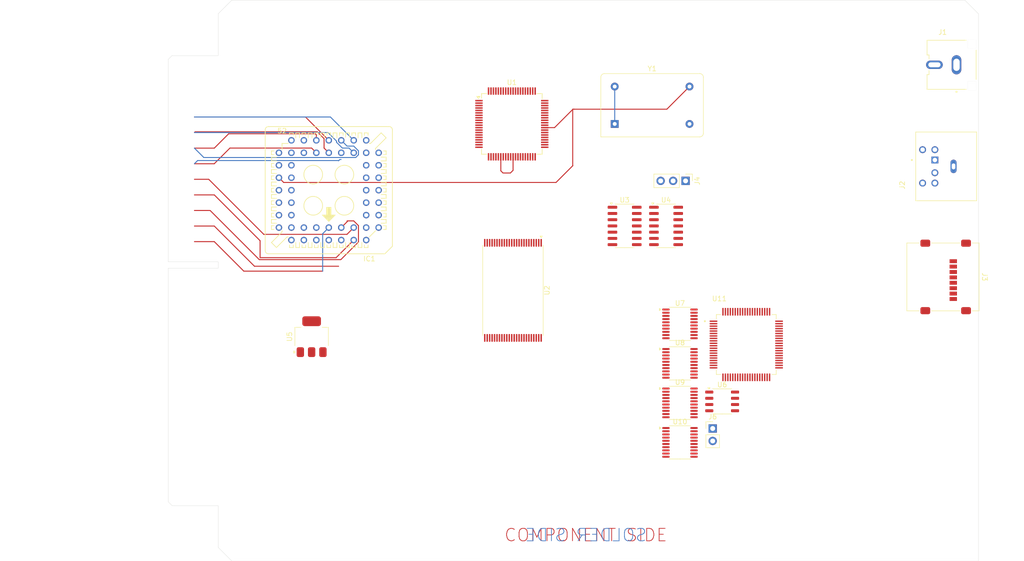
<source format=kicad_pcb>
(kicad_pcb (version 20241229) (generator "pcbnew") (generator_version "9.0")
  (layers (0 "F.Cu" signal) (4 "In1.Cu" signal) (6 "In2.Cu" signal) (2 "B.Cu" signal) (13 "F.Paste" user) (15 "B.Paste" user) (5 "F.SilkS" user "F.Silkscreen") (7 "B.SilkS" user "B.Silkscreen") (1 "F.Mask" user) (3 "B.Mask" user) (25 "Edge.Cuts" user))
  (net 0 "")
  (net 1 "/IPL0")
  (net 2 "/~{BERR}")
  (net 3 "/A15")
  (net 4 "/A0")
  (net 5 "/A8")
  (net 6 "/D5")
  (net 7 "/D7")
  (net 8 "/~{CLOCK7}")
  (net 9 "/FC1")
  (net 10 "/FC2")
  (net 11 "/A1")
  (net 12 "/~{HALT}")
  (net 13 "/A7")
  (net 14 "/D6")
  (net 15 "/IPL1")
  (net 16 "/D0")
  (net 17 "/A13")
  (net 18 "/IPL2")
  (net 19 "/FC0")
  (net 20 "/~{IPL0}")
  (net 21 "/A11")
  (net 22 "/~{IPL2}")
  (net 23 "/~{IPL1}")
  (net 24 "/~{CLOCK}")
  (net 25 "/~{UB}")
  (net 26 "/D4")
  (net 28 "/D1")
  (net 29 "+3.3V")
  (net 31 "/D2")
  (net 32 "/~{LB}")
  (net 33 "/A5")
  (net 34 "/D3")
  (net 35 "/A12")
  (net 36 "/A2")
  (net 38 "/A9")
  (net 39 "/~{WE}")
  (net 42 "/A6")
  (net 43 "/A3")
  (net 44 "/~{OE}")
  (net 45 "/A4")
  (net 46 "/A10")
  (net 47 "/A14")
  (net 50 "/R~{W}")
  (net 51 "Net-(U3-Pad10)")
  (net 52 "Net-(U3-Pad3)")
  (net 55 "Net-(U4A-D)")
  (net 66 "/A21")
  (net 67 "/A18")
  (net 68 "/~{RESET}")
  (net 69 "/A17")
  (net 70 "/~{AS}")
  (net 71 "/A20")
  (net 72 "/~{BGACK}")
  (net 73 "/~{BG}")
  (net 74 "GND")
  (net 75 "/~{BR}")
  (net 76 "/A16")
  (net 77 "/A19")
  (net 78 "VCC")
  (net 79 "/~{DTACK}")
  (net 80 "/R{slash}~{W}")
  (net 81 "/~{DS}")
  (net 82 "/~{MCLR}")
  (net 83 "/PS{slash}2DATA")
  (net 84 "/RX")
  (net 85 "/TX")
  (net 86 "/PGD")
  (net 87 "/LED")
  (net 88 "/VIDPIXEL")
  (net 89 "/PS{slash}2CLK")
  (net 90 "/PGC")
  (net 91 "/VIDSYNC")
  (net 98 "Net-(J1-Pad2)")
  (net 99 "/PS2_CLK")
  (net 100 "/PS2_DATA")
  (net 101 "/SD_IN")
  (net 102 "/SD_OUT")
  (net 103 "/SD_CLK")
  (net 104 "/SD_CS")
  (net 105 "/~{CLOCK14}")
  (net 106 "/AGPIO1")
  (net 107 "/AGPIO0")
  (net 108 "Net-(U1-VDDCORE{slash}VCAP)")
  (net 109 "/AUX_CS")
  (net 110 "/AGPIO3")
  (net 111 "/GPIO0")
  (net 112 "/GPIO1")
  (net 113 "/AGPIO2")
  (net 114 "/GPIO2{slash}IRQ")
  (net 115 "/AUDIO_OUT")
  (net 116 "/DD4")
  (net 117 "/AA0")
  (net 118 "/AA9")
  (net 119 "/AA10")
  (net 120 "/AA13")
  (net 121 "/AA15")
  (net 122 "/DD2")
  (net 123 "/DD5")
  (net 124 "/DD0")
  (net 125 "/AA19")
  (net 126 "/AA8")
  (net 127 "/DD6")
  (net 128 "/AA12")
  (net 129 "/DD1")
  (net 130 "/AA11")
  (net 131 "/AA20")
  (net 132 "/DD3")
  (net 133 "/~{WWE}")
  (net 134 "/AA16")
  (net 135 "/AA21")
  (net 136 "/DD7")
  (net 137 "/AA14")
  (net 138 "/~{OOE}")
  (net 139 "/TXD")
  (net 140 "Net-(U6-UD+)")
  (net 141 "Net-(U6-UD-)")
  (net 142 "/RXD")
  (net 143 "Net-(J8-Pin_5)")
  (net 144 "/AA7")
  (net 145 "/AA3")
  (net 146 "/AA2")
  (net 147 "/AA4")
  (net 148 "/AA1")
  (net 149 "/OE")
  (net 150 "/AA5")
  (net 151 "/AA6")
  (net 152 "/AA17")
  (net 153 "/AA18")
  (net 156 "Net-(U11-VDD-Pad32)")
  (net 175 "Net-(U11-VSS-Pad11)")
  (footprint "Package_SO:SOIC-14_3.9x8.7mm_P1.27mm" (layer "F.Cu") (at 159.025 79.035)
    (property "Reference" "U3")
    (property "Value" "74LS00")
  )
  (footprint "Package_TO_SOT_SMD:SOT-223-3_TabPin2" (layer "F.Cu") (at 95.25 101.6 90)
    (property "Reference" "U5")
    (property "Value" "AMS1117-3.3")
  )
  (footprint "MD-60S:CUI_MD-60S" (layer "F.Cu") (at 226.05 66.9 90)
    (property "Reference" "J2")
    (property "Value" "MD-60S")
    (fp_line (start 1.1 -0.35) (end 1.1 0.35) (stroke (width 0.01)) (layer "Edge.Cuts"))
    (fp_line (start -1.1 -0.35) (end 1.1 -0.35) (stroke (width 0.01)) (layer "Edge.Cuts"))
    (fp_line (start 1.1 0.35) (end -1.1 0.35) (stroke (width 0.01)) (layer "Edge.Cuts"))
    (fp_line (start -1.1 0.35) (end -1.1 -0.35) (stroke (width 0.01)) (layer "Edge.Cuts"))
  )
  (footprint "RCJ-044:CUI_RCJ-044" (layer "F.Cu") (at 226.658034 46.196027)
    (property "Reference" "J1")
    (property "Value" "RCJ-044")
    (fp_line (start 2.3 -5.15) (end 2.3 -3.35) (stroke (width 0.01)) (layer "Edge.Cuts"))
    (fp_line (start 2.3 -3.35) (end 4 -3.35) (stroke (width 0.01)) (layer "Edge.Cuts"))
    (fp_line (start 2.3 3.35) (end 2.3 5.15) (stroke (width 0.01)) (layer "Edge.Cuts"))
    (fp_line (start 2.3 5.15) (end 4 5.15) (stroke (width 0.01)) (layer "Edge.Cuts"))
    (fp_line (start 4 -5.15) (end 2.3 -5.15) (stroke (width 0.01)) (layer "Edge.Cuts"))
    (fp_line (start 4 -3.35) (end 4 -5.15) (stroke (width 0.01)) (layer "Edge.Cuts"))
    (fp_line (start 4 3.35) (end 2.3 3.35) (stroke (width 0.01)) (layer "Edge.Cuts"))
    (fp_line (start 4 5.15) (end 4 3.35) (stroke (width 0.01)) (layer "Edge.Cuts"))
  )
  (footprint "Oscillator:Oscillator_DIP-14" (layer "F.Cu") (at 157.01 58.25)
    (property "Reference" "Y1")
    (property "Value" "OCXO-14")
  )
  (footprint "Connector_PinHeader_2.54mm:PinHeader_1x03_P2.54mm_Vertical" (layer "F.Cu") (at 171.45 69.85 -90)
    (property "Reference" "J4")
    (property "Value" "Overclock jumper")
  )
  (footprint "Package_SO:TSSOP-20_4.4x6.5mm_P0.65mm" (layer "F.Cu") (at 170.31 107.04)
    (property "Reference" "U8")
    (property "Value" "TXS0108EPW")
  )
  (footprint "Package_SO:TSOP-I-48_18.4x12mm_P0.5mm" (layer "F.Cu") (at 136.275 92.16 -90)
    (property "Reference" "U2")
    (property "Value" "~")
  )
  (footprint "Package_SO:TSSOP-20_4.4x6.5mm_P0.65mm" (layer "F.Cu") (at 170.31 98.99)
    (property "Reference" "U7")
    (property "Value" "TXS0108EPW")
  )
  (footprint "Connector_Card:microSD_HC_Molex_47219-2001" (layer "F.Cu") (at 223.9 89.425 -90)
    (property "Reference" "J3")
    (property "Value" "Micro_SD_Card")
  )
  (footprint "Package_SO:SOP-8_3.9x4.9mm_P1.27mm" (layer "F.Cu") (at 178.905 114.79)
    (property "Reference" "U6")
    (property "Value" "CH340N")
  )
  (footprint "Package_SO:TSSOP-20_4.4x6.5mm_P0.65mm" (layer "F.Cu") (at 170.31 123.14)
    (property "Reference" "U10")
    (property "Value" "TXS0108EPW")
  )
  (footprint "Package_SO:SOIC-14_3.9x8.7mm_P1.27mm" (layer "F.Cu") (at 167.475 79.035)
    (property "Reference" "U4")
    (property "Value" "74LS74")
  )
  (footprint "Package_SO:TSSOP-20_4.4x6.5mm_P0.65mm" (layer "F.Cu") (at 170.31 115.09)
    (property "Reference" "U9")
    (property "Value" "TXS0108EPW")
  )
  (footprint "PIC18F87J11T-I_PT:QFP50P1400X1400X120-80N" (layer "F.Cu") (at 183.82 103.2)
    (property "Reference" "U11")
    (property "Value" "PIC18F87J11T-I_PT")
  )
  (footprint "Connector_PinHeader_2.54mm:PinHeader_1x02_P2.54mm_Vertical" (layer "F.Cu") (at 176.975 120.31)
    (property "Reference" "J6")
    (property "Value" "POWER INPUT")
  )
  (footprint "MC68008FN:PLCC52-S" (layer "F.Cu") (at 98.75 71.75 180)
    (property "Reference" "IC1")
    (property "Value" "MC68008FN")
  )
  (footprint "Package_QFP:TQFP-80_12x12mm_P0.5mm" (layer "F.Cu") (at 136.05 58.25)
    (property "Reference" "U1")
    (property "Value" "PIC18F87K22-xPT")
  )
  (gr_line (start 66.802 44.323) (end 76.2 44.323) (stroke (width 0.05)) (layer "Edge.Cuts"))
  (gr_line (start 76.2 144.526) (end 76.2 136.017) (stroke (width 0.05)) (layer "Edge.Cuts"))
  (gr_line (start 66.04 86.36) (end 76.2 86.36) (stroke (width 0.05)) (layer "Edge.Cuts"))
  (gr_line (start 76.2 35.814) (end 78.994 33.02) (stroke (width 0.05)) (layer "Edge.Cuts"))
  (gr_line (start 66.04 45.085) (end 66.802 44.323) (stroke (width 0.05)) (layer "Edge.Cuts"))
  (gr_line (start 66.04 87.63) (end 66.04 135.255) (stroke (width 0.05)) (layer "Edge.Cuts"))
  (gr_line (start 231.14 147.32) (end 78.994 147.32) (stroke (width 0.05)) (layer "Edge.Cuts"))
  (gr_line (start 66.04 135.255) (end 66.802 136.017) (stroke (width 0.05)) (layer "Edge.Cuts"))
  (gr_line (start 78.994 33.02) (end 228.346 33.02) (stroke (width 0.05)) (layer "Edge.Cuts"))
  (gr_line (start 66.04 86.36) (end 66.04 45.085) (stroke (width 0.05)) (layer "Edge.Cuts"))
  (gr_line (start 76.2 144.526) (end 78.994 147.32) (stroke (width 0.05)) (layer "Edge.Cuts"))
  (gr_line (start 66.802 136.017) (end 76.2 136.017) (stroke (width 0.05)) (layer "Edge.Cuts"))
  (gr_line (start 76.2 86.36) (end 76.2 87.63) (stroke (width 0.05)) (layer "Edge.Cuts"))
  (gr_line (start 76.2 35.814) (end 76.2 44.323) (stroke (width 0.05)) (layer "Edge.Cuts"))
  (gr_line (start 228.346 33.02) (end 231.14 35.814) (stroke (width 0.05)) (layer "Edge.Cuts"))
  (gr_line (start 231.14 35.814) (end 231.14 147.32) (stroke (width 0.05)) (layer "Edge.Cuts"))
  (gr_line (start 76.2 87.63) (end 66.04 87.63) (stroke (width 0.05)) (layer "Edge.Cuts"))
  (gr_text "COMPONENT SIDE" (at 151.13 143.51 0) (layer "F.Cu") (effects (font (size 2.54 2.54)) (justify bottom)))
  (gr_text "SOLDER SIDE" (at 151.13 143.51 0) (layer "B.Cu") (effects (font (size 2.54 2.54)) (justify bottom mirror)))
  (segment (start 103.827225 62.7676) (end 102.4676 62.7676) (width 0.2) (layer "B.Cu") (net 6))
  (segment (start 73.2789 65.0914) (end 104.228225 65.0914) (width 0.2) (layer "B.Cu") (net 6))
  (segment (start 71.37 63.1825) (end 73.2789 65.0914) (width 0.2) (layer "B.Cu") (net 6))
  (segment (start 104.228225 65.0914) (end 104.7914 64.528225) (width 0.2) (layer "B.Cu") (net 6))
  (segment (start 104.7914 63.731775) (end 103.827225 62.7676) (width 0.2) (layer "B.Cu") (net 6))
  (segment (start 104.7914 64.528225) (end 104.7914 63.731775) (width 0.2) (layer "B.Cu") (net 6))
  (segment (start 102.4676 62.7676) (end 101.29 61.59) (width 0.2) (layer "B.Cu") (net 6))
  (segment (start 99.0725 56.8325) (end 103.83 61.59) (width 0.2) (layer "B.Cu") (net 7))
  (segment (start 71.37 56.8325) (end 99.0725 56.8325) (width 0.2) (layer "B.Cu") (net 7))
  (segment (start 74.2825 69.5325) (end 85.5 80.75) (width 0.2) (layer "F.Cu") (net 13))
  (segment (start 71.37 69.5325) (end 74.2825 69.5325) (width 0.2) (layer "F.Cu") (net 13))
  (segment (start 102.45 80.75) (end 103.83 79.37) (width 0.2) (layer "F.Cu") (net 13))
  (segment (start 85.5 80.75) (end 102.45 80.75) (width 0.2) (layer "F.Cu") (net 13))
  (segment (start 100.3286 61.75) (end 100.3286 61.988225) (width 0.2) (layer "B.Cu") (net 14))
  (segment (start 71.37 60.0075) (end 98.5861 60.0075) (width 0.2) (layer "B.Cu") (net 14))
  (segment (start 102.8686 63.1686) (end 103.83 64.13) (width 0.2) (layer "B.Cu") (net 14))
  (segment (start 101.508975 63.1686) (end 102.8686 63.1686) (width 0.2) (layer "B.Cu") (net 14))
  (segment (start 98.5861 60.0075) (end 100.3286 61.75) (width 0.2) (layer "B.Cu") (net 14))
  (segment (start 100.3286 61.988225) (end 101.508975 63.1686) (width 0.2) (layer "B.Cu") (net 14))
  (segment (start 71.37 66.3575) (end 75.4126 66.3575) (width 0.2) (layer "F.Cu") (net 16))
  (segment (start 75.4126 66.3575) (end 78.6015 63.1686) (width 0.2) (layer "F.Cu") (net 16))
  (segment (start 95.2486 63.1686) (end 96.21 64.13) (width 0.2) (layer "F.Cu") (net 16))
  (segment (start 78.6015 63.1686) (end 95.2486 63.1686) (width 0.2) (layer "F.Cu") (net 16))
  (segment (start 148.5 55.25) (end 144.75 59) (width 0.2) (layer "F.Cu") (net 24))
  (segment (start 89.5514 70.1714) (end 88.59 69.21) (width 0.2) (layer "F.Cu") (net 24))
  (segment (start 167.63 55.25) (end 148.75 55.25) (width 0.2) (layer "F.Cu") (net 24))
  (segment (start 148.45 55.25) (end 148.45 66.75) (width 0.2) (layer "F.Cu") (net 24))
  (segment (start 172.25 50.63) (end 167.63 55.25) (width 0.2) (layer "F.Cu") (net 24))
  (segment (start 145.0536 70.1714) (end 89.5514 70.1714) (width 0.2) (layer "F.Cu") (net 24))
  (segment (start 148.475 66.75) (end 145.0536 70.1714) (width 0.2) (layer "F.Cu") (net 24))
  (segment (start 144.75 59) (end 142.75 59) (width 0.2) (layer "F.Cu") (net 24))
  (segment (start 148.75 55.25) (end 148.5 55.25) (width 0.2) (layer "F.Cu") (net 24))
  (segment (start 100.75 65.75) (end 101 65.5) (width 0.2) (layer "B.Cu") (net 26))
  (segment (start 72.0189 65.7086) (end 100.7086 65.7086) (width 0.2) (layer "B.Cu") (net 26))
  (segment (start 101 65.5) (end 101.25 65.5) (width 0.2) (layer "B.Cu") (net 26))
  (segment (start 71.37 66.3575) (end 72.0189 65.7086) (width 0.2) (layer "B.Cu") (net 26))
  (segment (start 100.7086 65.7086) (end 100.75 65.75) (width 0.2) (layer "B.Cu") (net 26))
  (segment (start 75.4126 63.1825) (end 78.3451 60.25) (width 0.2) (layer "F.Cu") (net 28))
  (segment (start 96 60.25) (end 96.21 60.46) (width 0.2) (layer "F.Cu") (net 28))
  (segment (start 78.3451 60.25) (end 96 60.25) (width 0.2) (layer "F.Cu") (net 28))
  (segment (start 71.37 63.1825) (end 75.4126 63.1825) (width 0.2) (layer "F.Cu") (net 28))
  (segment (start 96.21 60.46) (end 96.21 61.59) (width 0.2) (layer "F.Cu") (net 28))
  (segment (start 97.7886 63.1686) (end 98.75 64.13) (width 0.2) (layer "F.Cu") (net 31))
  (segment (start 71.5285 59.849) (end 96.3876 59.849) (width 0.2) (layer "F.Cu") (net 31))
  (segment (start 97.7886 61.25) (end 97.7886 63.1686) (width 0.2) (layer "F.Cu") (net 31))
  (segment (start 71.37 60.0075) (end 71.5285 59.849) (width 0.2) (layer "F.Cu") (net 31))
  (segment (start 96.3876 59.849) (end 97.7886 61.25) (width 0.2) (layer "F.Cu") (net 31))
  (segment (start 84.5839 85.901) (end 101.198625 85.901) (width 0.2) (layer "F.Cu") (net 33))
  (segment (start 103.819625 78) (end 102.5 78) (width 0.2) (layer "F.Cu") (net 33))
  (segment (start 71.37 75.8825) (end 74.5654 75.8825) (width 0.2) (layer "F.Cu") (net 33))
  (segment (start 104.7914 78.971775) (end 103.819625 78) (width 0.2) (layer "F.Cu") (net 33))
  (segment (start 74.5654 75.8825) (end 84.5839 85.901) (width 0.2) (layer "F.Cu") (net 33))
  (segment (start 104.7914 82.308225) (end 104.7914 78.971775) (width 0.2) (layer "F.Cu") (net 33))
  (segment (start 102.5 78) (end 102.5 78.16) (width 0.2) (layer "F.Cu") (net 33))
  (segment (start 102.5 78.16) (end 101.29 79.37) (width 0.2) (layer "F.Cu") (net 33))
  (segment (start 101.198625 85.901) (end 104.7914 82.308225) (width 0.2) (layer "F.Cu") (net 33))
  (segment (start 93.9925 56.8325) (end 98.75 61.59) (width 0.2) (layer "F.Cu") (net 34))
  (segment (start 71.37 56.8325) (end 93.9925 56.8325) (width 0.2) (layer "F.Cu") (net 34))
  (segment (start 75.4126 72.7075) (end 84.75 82.0449) (width 0.2) (layer "F.Cu") (net 42))
  (segment (start 84.75 82.0449) (end 84.75 85.5) (width 0.2) (layer "F.Cu") (net 42))
  (segment (start 100.24 85.5) (end 103.83 81.91) (width 0.2) (layer "F.Cu") (net 42))
  (segment (start 84.75 85.5) (end 100.24 85.5) (width 0.2) (layer "F.Cu") (net 42))
  (segment (start 71.37 72.7075) (end 75.4126 72.7075) (width 0.2) (layer "F.Cu") (net 42))
  (segment (start 71.37 82.2325) (end 75.4126 82.2325) (width 0.2) (layer "F.Cu") (net 43))
  (segment (start 75.4126 82.2325) (end 81.4301 88.25) (width 0.2) (layer "F.Cu") (net 43))
  (segment (start 81.4301 88.25) (end 97.5 88.25) (width 0.2) (layer "F.Cu") (net 43))
  (segment (start 98.75 79.37) (end 97.5 80.62) (width 0.2) (layer "B.Cu") (net 43))
  (segment (start 97.5 80.62) (end 97.5 88.25) (width 0.2) (layer "B.Cu") (net 43))
  (segment (start 71.37 79.0575) (end 75.4126 79.0575) (width 0.2) (layer "F.Cu") (net 45))
  (segment (start 75.4126 79.0575) (end 83.6051 87.25) (width 0.2) (layer "F.Cu") (net 45))
  (segment (start 83.6051 87.25) (end 100.75 87.25) (width 0.2) (layer "F.Cu") (net 45))
  (segment (start 134.25 68.25) (end 135.75 68.25) (width 0.2) (layer "F.Cu") (net 74))
  (segment (start 133.8 67.8) (end 134.25 68.25) (width 0.2) (layer "F.Cu") (net 74))
  (segment (start 136.3 67.7) (end 136.3 64.95) (width 0.2) (layer "F.Cu") (net 74))
  (segment (start 133.8 64.95) (end 133.8 67.8) (width 0.2) (layer "F.Cu") (net 74))
  (segment (start 135.75 68.25) (end 136.3 67.7) (width 0.2) (layer "F.Cu") (net 74))
  (segment (start 157.01 50.63) (end 157.01 58.25) (width 0.2) (layer "B.Cu") (net 78))
)
</source>
